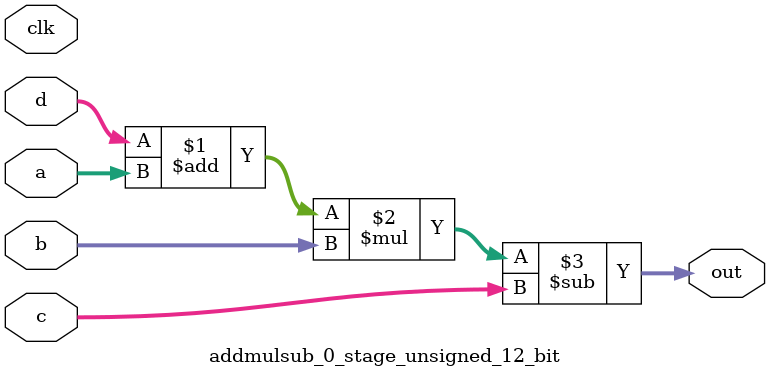
<source format=sv>
(* use_dsp = "yes" *) module addmulsub_0_stage_unsigned_12_bit(
	input  [11:0] a,
	input  [11:0] b,
	input  [11:0] c,
	input  [11:0] d,
	output [11:0] out,
	input clk);

	assign out = ((d + a) * b) - c;
endmodule

</source>
